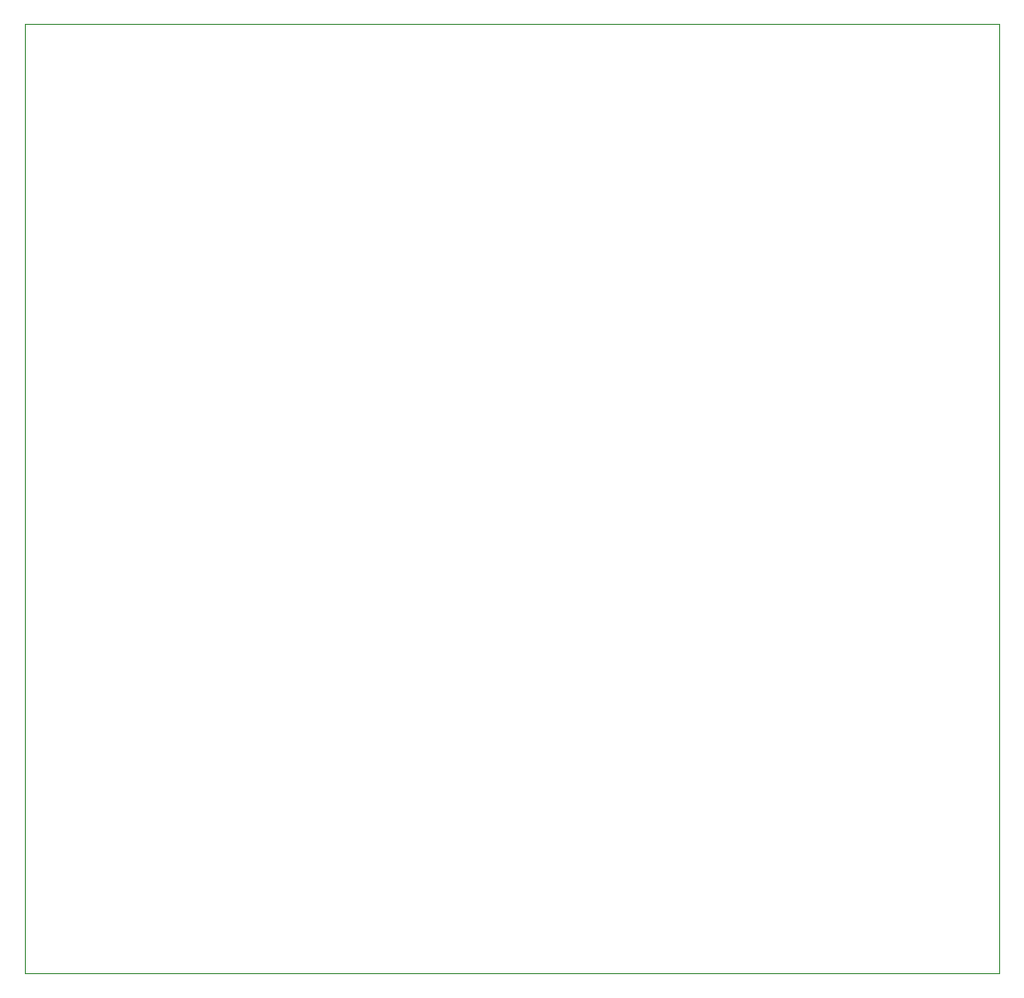
<source format=gbr>
%TF.GenerationSoftware,KiCad,Pcbnew,(7.0.0)*%
%TF.CreationDate,2024-10-28T17:49:39-04:00*%
%TF.ProjectId,Treadmill_V2,54726561-646d-4696-9c6c-5f56322e6b69,rev?*%
%TF.SameCoordinates,Original*%
%TF.FileFunction,Profile,NP*%
%FSLAX46Y46*%
G04 Gerber Fmt 4.6, Leading zero omitted, Abs format (unit mm)*
G04 Created by KiCad (PCBNEW (7.0.0)) date 2024-10-28 17:49:39*
%MOMM*%
%LPD*%
G01*
G04 APERTURE LIST*
%TA.AperFunction,Profile*%
%ADD10C,0.100000*%
%TD*%
G04 APERTURE END LIST*
D10*
X135050000Y-61762347D02*
X218050000Y-61762347D01*
X218050000Y-61762347D02*
X218050000Y-142662347D01*
X218050000Y-142662347D02*
X135050000Y-142662347D01*
X135050000Y-142662347D02*
X135050000Y-61762347D01*
M02*

</source>
